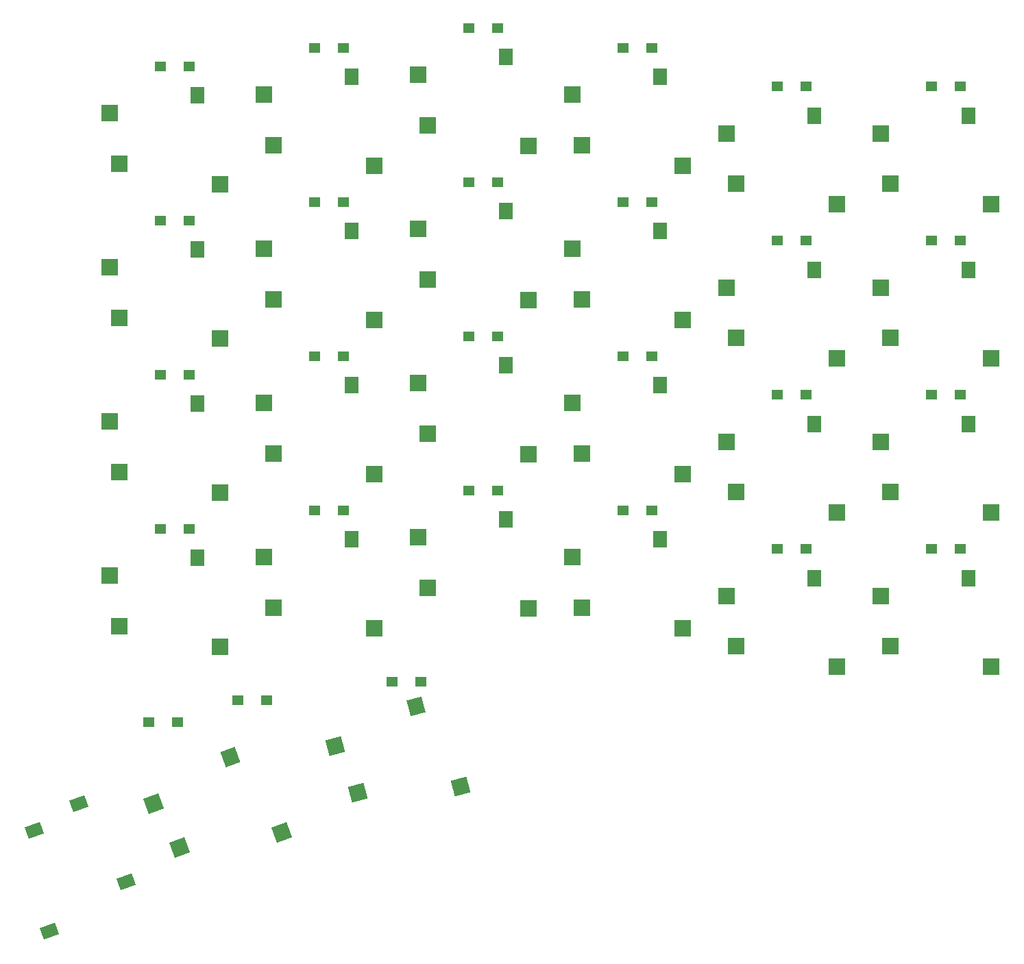
<source format=gbr>
%TF.GenerationSoftware,KiCad,Pcbnew,7.0.10*%
%TF.CreationDate,2024-03-07T18:43:10+01:00*%
%TF.ProjectId,xurp_right,78757270-5f72-4696-9768-742e6b696361,rev?*%
%TF.SameCoordinates,Original*%
%TF.FileFunction,Paste,Top*%
%TF.FilePolarity,Positive*%
%FSLAX46Y46*%
G04 Gerber Fmt 4.6, Leading zero omitted, Abs format (unit mm)*
G04 Created by KiCad (PCBNEW 7.0.10) date 2024-03-07 18:43:10*
%MOMM*%
%LPD*%
G01*
G04 APERTURE LIST*
G04 Aperture macros list*
%AMRotRect*
0 Rectangle, with rotation*
0 The origin of the aperture is its center*
0 $1 length*
0 $2 width*
0 $3 Rotation angle, in degrees counterclockwise*
0 Add horizontal line*
21,1,$1,$2,0,0,$3*%
G04 Aperture macros list end*
%ADD10R,2.000000X2.000000*%
%ADD11R,1.800000X2.000000*%
%ADD12R,1.400000X1.300000*%
%ADD13RotRect,1.500000X2.000000X110.000000*%
%ADD14RotRect,2.000000X2.000000X200.000000*%
%ADD15RotRect,1.900000X2.000000X200.000000*%
%ADD16RotRect,2.000000X2.000000X195.000000*%
%ADD17RotRect,1.900000X2.000000X195.000000*%
G04 APERTURE END LIST*
D10*
%TO.C,K42*%
X157218900Y-61970100D03*
X143518900Y-53190100D03*
D11*
X154418900Y-50990100D03*
D10*
X144718900Y-59430100D03*
%TD*%
D12*
%TO.C,D13*%
X206993900Y-73679100D03*
X210543900Y-73679100D03*
%TD*%
D10*
%TO.C,K54*%
X138169100Y-102546100D03*
X124469100Y-93766100D03*
D11*
X135369100Y-91566100D03*
D10*
X125669100Y-100006100D03*
%TD*%
D12*
%TO.C,D31*%
X168893900Y-30816100D03*
X172443900Y-30816100D03*
%TD*%
D10*
%TO.C,K41*%
X157218900Y-42920100D03*
X143518900Y-34140100D03*
D11*
X154418900Y-31940100D03*
D10*
X144718900Y-40380100D03*
%TD*%
D12*
%TO.C,D55*%
X121268900Y-111398100D03*
X124818900Y-111398100D03*
%TD*%
D10*
%TO.C,K34*%
X176268900Y-102546100D03*
X162568900Y-93766100D03*
D11*
X173468900Y-91566100D03*
D10*
X163768900Y-100006100D03*
%TD*%
%TO.C,K14*%
X214368900Y-107309100D03*
X200668900Y-98529100D03*
D11*
X211568900Y-96329100D03*
D10*
X201868900Y-104769100D03*
%TD*%
D12*
%TO.C,D33*%
X168893900Y-68916100D03*
X172443900Y-68916100D03*
%TD*%
D10*
%TO.C,K51*%
X138169100Y-45396100D03*
X124469100Y-36616100D03*
D11*
X135369100Y-34416100D03*
D10*
X125669100Y-42856100D03*
%TD*%
D12*
%TO.C,D34*%
X168893900Y-87966100D03*
X172443900Y-87966100D03*
%TD*%
%TO.C,D65*%
X110307200Y-114136100D03*
X113857200Y-114136100D03*
%TD*%
D10*
%TO.C,K24*%
X195318900Y-107309100D03*
X181618900Y-98529100D03*
D11*
X192518900Y-96329100D03*
D10*
X182818900Y-104769100D03*
%TD*%
D12*
%TO.C,D52*%
X130794100Y-49866100D03*
X134344100Y-49866100D03*
%TD*%
D10*
%TO.C,K44*%
X157218900Y-100070100D03*
X143518900Y-91290100D03*
D11*
X154418900Y-89090100D03*
D10*
X144718900Y-97530100D03*
%TD*%
D12*
%TO.C,D51*%
X130794100Y-30816100D03*
X134344100Y-30816100D03*
%TD*%
D10*
%TO.C,K52*%
X138169100Y-64446100D03*
X124469100Y-55666100D03*
D11*
X135369100Y-53466100D03*
D10*
X125669100Y-61906100D03*
%TD*%
%TO.C,K21*%
X195318900Y-50159100D03*
X181618900Y-41379100D03*
D11*
X192518900Y-39179100D03*
D10*
X182818900Y-47619100D03*
%TD*%
D13*
%TO.C,K65*%
X96169644Y-127514921D03*
X101622902Y-124253085D03*
X97989672Y-139941872D03*
X107452447Y-133837259D03*
%TD*%
D10*
%TO.C,K61*%
X119118900Y-47682100D03*
X105418900Y-38902100D03*
D11*
X116318900Y-36702100D03*
D10*
X106618900Y-45142100D03*
%TD*%
%TO.C,K11*%
X214368900Y-50159100D03*
X200668900Y-41379100D03*
D11*
X211568900Y-39179100D03*
D10*
X201868900Y-47619100D03*
%TD*%
%TO.C,K13*%
X214368900Y-88259100D03*
X200668900Y-79479100D03*
D11*
X211568900Y-77279100D03*
D10*
X201868900Y-85719100D03*
%TD*%
%TO.C,K33*%
X176268900Y-83496100D03*
X162568900Y-74716100D03*
D11*
X173468900Y-72516100D03*
D10*
X163768900Y-80956100D03*
%TD*%
%TO.C,K32*%
X176268900Y-64446100D03*
X162568900Y-55666100D03*
D11*
X173468900Y-53466100D03*
D10*
X163768900Y-61906100D03*
%TD*%
%TO.C,K43*%
X157218900Y-81020100D03*
X143518900Y-72240100D03*
D11*
X154418900Y-70040100D03*
D10*
X144718900Y-78480100D03*
%TD*%
%TO.C,K23*%
X195318900Y-88259100D03*
X181618900Y-79479100D03*
D11*
X192518900Y-77279100D03*
D10*
X182818900Y-85719100D03*
%TD*%
D12*
%TO.C,D42*%
X149843900Y-47390100D03*
X153393900Y-47390100D03*
%TD*%
%TO.C,D54*%
X130794100Y-87966100D03*
X134344100Y-87966100D03*
%TD*%
%TO.C,D61*%
X111743900Y-33102100D03*
X115293900Y-33102100D03*
%TD*%
D10*
%TO.C,K22*%
X195318900Y-69209100D03*
X181618900Y-60429100D03*
D11*
X192518900Y-58229100D03*
D10*
X182818900Y-66669100D03*
%TD*%
D12*
%TO.C,D32*%
X168893900Y-49866100D03*
X172443900Y-49866100D03*
%TD*%
%TO.C,D14*%
X206993900Y-92729100D03*
X210543900Y-92729100D03*
%TD*%
%TO.C,D22*%
X187943900Y-54629100D03*
X191493900Y-54629100D03*
%TD*%
%TO.C,D44*%
X149843900Y-85490100D03*
X153393900Y-85490100D03*
%TD*%
D10*
%TO.C,K53*%
X138169100Y-83496100D03*
X124469100Y-74716100D03*
D11*
X135369100Y-72516100D03*
D10*
X125669100Y-80956100D03*
%TD*%
D12*
%TO.C,D23*%
X187943900Y-73679100D03*
X191493900Y-73679100D03*
%TD*%
%TO.C,D63*%
X111743900Y-71202100D03*
X115293900Y-71202100D03*
%TD*%
D10*
%TO.C,K31*%
X176268900Y-45396100D03*
X162568900Y-36616100D03*
D11*
X173468900Y-34416100D03*
D10*
X163768900Y-42856100D03*
%TD*%
D12*
%TO.C,D41*%
X149843900Y-28340100D03*
X153393900Y-28340100D03*
%TD*%
D10*
%TO.C,K12*%
X214368900Y-69209100D03*
X200668900Y-60429100D03*
D11*
X211568900Y-58229100D03*
D10*
X201868900Y-66669100D03*
%TD*%
D12*
%TO.C,D53*%
X130794100Y-68916100D03*
X134344100Y-68916100D03*
%TD*%
%TO.C,D24*%
X187943900Y-92729100D03*
X191493900Y-92729100D03*
%TD*%
D10*
%TO.C,K64*%
X119118900Y-104832100D03*
X105418900Y-96052100D03*
D11*
X116318900Y-93852100D03*
D10*
X106618900Y-102292100D03*
%TD*%
D12*
%TO.C,D21*%
X187943900Y-35579100D03*
X191493900Y-35579100D03*
%TD*%
D10*
%TO.C,K63*%
X119118900Y-85782100D03*
X105418900Y-77002100D03*
D11*
X116318900Y-74802100D03*
D10*
X106618900Y-83242100D03*
%TD*%
D12*
%TO.C,D43*%
X149843900Y-66440100D03*
X153393900Y-66440100D03*
%TD*%
%TO.C,D11*%
X206993900Y-35579100D03*
X210543900Y-35579100D03*
%TD*%
%TO.C,D64*%
X111743900Y-90252100D03*
X115293900Y-90252100D03*
%TD*%
%TO.C,D62*%
X111743900Y-52152100D03*
X115293900Y-52152100D03*
%TD*%
D10*
%TO.C,K62*%
X119118900Y-66732100D03*
X105418900Y-57952100D03*
D11*
X116318900Y-55752100D03*
D10*
X106618900Y-64192100D03*
%TD*%
D12*
%TO.C,D12*%
X206993900Y-54629100D03*
X210543900Y-54629100D03*
%TD*%
%TO.C,D45*%
X140318900Y-109112100D03*
X143868900Y-109112100D03*
%TD*%
D14*
%TO.C,K55*%
X110851715Y-124220400D03*
X114113552Y-129673658D03*
D15*
X120341920Y-118425057D03*
D14*
X126728441Y-127785226D03*
%TD*%
D16*
%TO.C,K45*%
X133312270Y-117134609D03*
X136086412Y-122851403D03*
D17*
X143271460Y-112188444D03*
D16*
X148817885Y-122069617D03*
%TD*%
M02*

</source>
